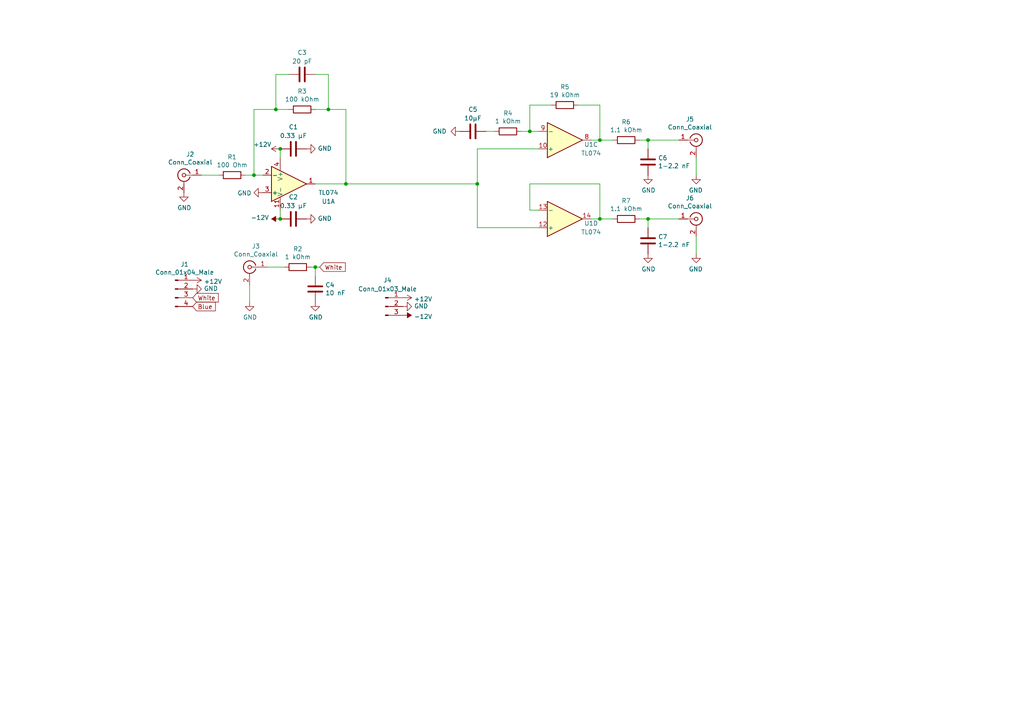
<source format=kicad_sch>
(kicad_sch (version 20211123) (generator eeschema)

  (uuid a13ab237-8f8d-4e16-8c47-4440653b8534)

  (paper "A4")

  (lib_symbols
    (symbol "Amplifier_Operational:TL074" (pin_names (offset 0.127)) (in_bom yes) (on_board yes)
      (property "Reference" "U" (id 0) (at 0 5.08 0)
        (effects (font (size 1.27 1.27)) (justify left))
      )
      (property "Value" "TL074" (id 1) (at 0 -5.08 0)
        (effects (font (size 1.27 1.27)) (justify left))
      )
      (property "Footprint" "" (id 2) (at -1.27 2.54 0)
        (effects (font (size 1.27 1.27)) hide)
      )
      (property "Datasheet" "http://www.ti.com/lit/ds/symlink/tl071.pdf" (id 3) (at 1.27 5.08 0)
        (effects (font (size 1.27 1.27)) hide)
      )
      (property "ki_locked" "" (id 4) (at 0 0 0)
        (effects (font (size 1.27 1.27)))
      )
      (property "ki_keywords" "quad opamp" (id 5) (at 0 0 0)
        (effects (font (size 1.27 1.27)) hide)
      )
      (property "ki_description" "Quad Low-Noise JFET-Input Operational Amplifiers, DIP-14/SOIC-14" (id 6) (at 0 0 0)
        (effects (font (size 1.27 1.27)) hide)
      )
      (property "ki_fp_filters" "SOIC*3.9x8.7mm*P1.27mm* DIP*W7.62mm* TSSOP*4.4x5mm*P0.65mm* SSOP*5.3x6.2mm*P0.65mm* MSOP*3x3mm*P0.5mm*" (id 7) (at 0 0 0)
        (effects (font (size 1.27 1.27)) hide)
      )
      (symbol "TL074_1_1"
        (polyline
          (pts
            (xy -5.08 5.08)
            (xy 5.08 0)
            (xy -5.08 -5.08)
            (xy -5.08 5.08)
          )
          (stroke (width 0.254) (type default) (color 0 0 0 0))
          (fill (type background))
        )
        (pin output line (at 7.62 0 180) (length 2.54)
          (name "~" (effects (font (size 1.27 1.27))))
          (number "1" (effects (font (size 1.27 1.27))))
        )
        (pin input line (at -7.62 -2.54 0) (length 2.54)
          (name "-" (effects (font (size 1.27 1.27))))
          (number "2" (effects (font (size 1.27 1.27))))
        )
        (pin input line (at -7.62 2.54 0) (length 2.54)
          (name "+" (effects (font (size 1.27 1.27))))
          (number "3" (effects (font (size 1.27 1.27))))
        )
      )
      (symbol "TL074_2_1"
        (polyline
          (pts
            (xy -5.08 5.08)
            (xy 5.08 0)
            (xy -5.08 -5.08)
            (xy -5.08 5.08)
          )
          (stroke (width 0.254) (type default) (color 0 0 0 0))
          (fill (type background))
        )
        (pin input line (at -7.62 2.54 0) (length 2.54)
          (name "+" (effects (font (size 1.27 1.27))))
          (number "5" (effects (font (size 1.27 1.27))))
        )
        (pin input line (at -7.62 -2.54 0) (length 2.54)
          (name "-" (effects (font (size 1.27 1.27))))
          (number "6" (effects (font (size 1.27 1.27))))
        )
        (pin output line (at 7.62 0 180) (length 2.54)
          (name "~" (effects (font (size 1.27 1.27))))
          (number "7" (effects (font (size 1.27 1.27))))
        )
      )
      (symbol "TL074_3_1"
        (polyline
          (pts
            (xy -5.08 5.08)
            (xy 5.08 0)
            (xy -5.08 -5.08)
            (xy -5.08 5.08)
          )
          (stroke (width 0.254) (type default) (color 0 0 0 0))
          (fill (type background))
        )
        (pin input line (at -7.62 2.54 0) (length 2.54)
          (name "+" (effects (font (size 1.27 1.27))))
          (number "10" (effects (font (size 1.27 1.27))))
        )
        (pin output line (at 7.62 0 180) (length 2.54)
          (name "~" (effects (font (size 1.27 1.27))))
          (number "8" (effects (font (size 1.27 1.27))))
        )
        (pin input line (at -7.62 -2.54 0) (length 2.54)
          (name "-" (effects (font (size 1.27 1.27))))
          (number "9" (effects (font (size 1.27 1.27))))
        )
      )
      (symbol "TL074_4_1"
        (polyline
          (pts
            (xy -5.08 5.08)
            (xy 5.08 0)
            (xy -5.08 -5.08)
            (xy -5.08 5.08)
          )
          (stroke (width 0.254) (type default) (color 0 0 0 0))
          (fill (type background))
        )
        (pin input line (at -7.62 2.54 0) (length 2.54)
          (name "+" (effects (font (size 1.27 1.27))))
          (number "12" (effects (font (size 1.27 1.27))))
        )
        (pin input line (at -7.62 -2.54 0) (length 2.54)
          (name "-" (effects (font (size 1.27 1.27))))
          (number "13" (effects (font (size 1.27 1.27))))
        )
        (pin output line (at 7.62 0 180) (length 2.54)
          (name "~" (effects (font (size 1.27 1.27))))
          (number "14" (effects (font (size 1.27 1.27))))
        )
      )
      (symbol "TL074_5_1"
        (pin power_in line (at -2.54 -7.62 90) (length 3.81)
          (name "V-" (effects (font (size 1.27 1.27))))
          (number "11" (effects (font (size 1.27 1.27))))
        )
        (pin power_in line (at -2.54 7.62 270) (length 3.81)
          (name "V+" (effects (font (size 1.27 1.27))))
          (number "4" (effects (font (size 1.27 1.27))))
        )
      )
    )
    (symbol "Connector:Conn_01x03_Male" (pin_names (offset 1.016) hide) (in_bom yes) (on_board yes)
      (property "Reference" "J" (id 0) (at 0 5.08 0)
        (effects (font (size 1.27 1.27)))
      )
      (property "Value" "Conn_01x03_Male" (id 1) (at 0 -5.08 0)
        (effects (font (size 1.27 1.27)))
      )
      (property "Footprint" "" (id 2) (at 0 0 0)
        (effects (font (size 1.27 1.27)) hide)
      )
      (property "Datasheet" "~" (id 3) (at 0 0 0)
        (effects (font (size 1.27 1.27)) hide)
      )
      (property "ki_keywords" "connector" (id 4) (at 0 0 0)
        (effects (font (size 1.27 1.27)) hide)
      )
      (property "ki_description" "Generic connector, single row, 01x03, script generated (kicad-library-utils/schlib/autogen/connector/)" (id 5) (at 0 0 0)
        (effects (font (size 1.27 1.27)) hide)
      )
      (property "ki_fp_filters" "Connector*:*_1x??_*" (id 6) (at 0 0 0)
        (effects (font (size 1.27 1.27)) hide)
      )
      (symbol "Conn_01x03_Male_1_1"
        (polyline
          (pts
            (xy 1.27 -2.54)
            (xy 0.8636 -2.54)
          )
          (stroke (width 0.1524) (type default) (color 0 0 0 0))
          (fill (type none))
        )
        (polyline
          (pts
            (xy 1.27 0)
            (xy 0.8636 0)
          )
          (stroke (width 0.1524) (type default) (color 0 0 0 0))
          (fill (type none))
        )
        (polyline
          (pts
            (xy 1.27 2.54)
            (xy 0.8636 2.54)
          )
          (stroke (width 0.1524) (type default) (color 0 0 0 0))
          (fill (type none))
        )
        (rectangle (start 0.8636 -2.413) (end 0 -2.667)
          (stroke (width 0.1524) (type default) (color 0 0 0 0))
          (fill (type outline))
        )
        (rectangle (start 0.8636 0.127) (end 0 -0.127)
          (stroke (width 0.1524) (type default) (color 0 0 0 0))
          (fill (type outline))
        )
        (rectangle (start 0.8636 2.667) (end 0 2.413)
          (stroke (width 0.1524) (type default) (color 0 0 0 0))
          (fill (type outline))
        )
        (pin passive line (at 5.08 2.54 180) (length 3.81)
          (name "Pin_1" (effects (font (size 1.27 1.27))))
          (number "1" (effects (font (size 1.27 1.27))))
        )
        (pin passive line (at 5.08 0 180) (length 3.81)
          (name "Pin_2" (effects (font (size 1.27 1.27))))
          (number "2" (effects (font (size 1.27 1.27))))
        )
        (pin passive line (at 5.08 -2.54 180) (length 3.81)
          (name "Pin_3" (effects (font (size 1.27 1.27))))
          (number "3" (effects (font (size 1.27 1.27))))
        )
      )
    )
    (symbol "Connector:Conn_01x04_Male" (pin_names (offset 1.016) hide) (in_bom yes) (on_board yes)
      (property "Reference" "J" (id 0) (at 0 5.08 0)
        (effects (font (size 1.27 1.27)))
      )
      (property "Value" "Conn_01x04_Male" (id 1) (at 0 -7.62 0)
        (effects (font (size 1.27 1.27)))
      )
      (property "Footprint" "" (id 2) (at 0 0 0)
        (effects (font (size 1.27 1.27)) hide)
      )
      (property "Datasheet" "~" (id 3) (at 0 0 0)
        (effects (font (size 1.27 1.27)) hide)
      )
      (property "ki_keywords" "connector" (id 4) (at 0 0 0)
        (effects (font (size 1.27 1.27)) hide)
      )
      (property "ki_description" "Generic connector, single row, 01x04, script generated (kicad-library-utils/schlib/autogen/connector/)" (id 5) (at 0 0 0)
        (effects (font (size 1.27 1.27)) hide)
      )
      (property "ki_fp_filters" "Connector*:*_1x??_*" (id 6) (at 0 0 0)
        (effects (font (size 1.27 1.27)) hide)
      )
      (symbol "Conn_01x04_Male_1_1"
        (polyline
          (pts
            (xy 1.27 -5.08)
            (xy 0.8636 -5.08)
          )
          (stroke (width 0.1524) (type default) (color 0 0 0 0))
          (fill (type none))
        )
        (polyline
          (pts
            (xy 1.27 -2.54)
            (xy 0.8636 -2.54)
          )
          (stroke (width 0.1524) (type default) (color 0 0 0 0))
          (fill (type none))
        )
        (polyline
          (pts
            (xy 1.27 0)
            (xy 0.8636 0)
          )
          (stroke (width 0.1524) (type default) (color 0 0 0 0))
          (fill (type none))
        )
        (polyline
          (pts
            (xy 1.27 2.54)
            (xy 0.8636 2.54)
          )
          (stroke (width 0.1524) (type default) (color 0 0 0 0))
          (fill (type none))
        )
        (rectangle (start 0.8636 -4.953) (end 0 -5.207)
          (stroke (width 0.1524) (type default) (color 0 0 0 0))
          (fill (type outline))
        )
        (rectangle (start 0.8636 -2.413) (end 0 -2.667)
          (stroke (width 0.1524) (type default) (color 0 0 0 0))
          (fill (type outline))
        )
        (rectangle (start 0.8636 0.127) (end 0 -0.127)
          (stroke (width 0.1524) (type default) (color 0 0 0 0))
          (fill (type outline))
        )
        (rectangle (start 0.8636 2.667) (end 0 2.413)
          (stroke (width 0.1524) (type default) (color 0 0 0 0))
          (fill (type outline))
        )
        (pin passive line (at 5.08 2.54 180) (length 3.81)
          (name "Pin_1" (effects (font (size 1.27 1.27))))
          (number "1" (effects (font (size 1.27 1.27))))
        )
        (pin passive line (at 5.08 0 180) (length 3.81)
          (name "Pin_2" (effects (font (size 1.27 1.27))))
          (number "2" (effects (font (size 1.27 1.27))))
        )
        (pin passive line (at 5.08 -2.54 180) (length 3.81)
          (name "Pin_3" (effects (font (size 1.27 1.27))))
          (number "3" (effects (font (size 1.27 1.27))))
        )
        (pin passive line (at 5.08 -5.08 180) (length 3.81)
          (name "Pin_4" (effects (font (size 1.27 1.27))))
          (number "4" (effects (font (size 1.27 1.27))))
        )
      )
    )
    (symbol "Connector:Conn_Coaxial" (pin_names (offset 1.016) hide) (in_bom yes) (on_board yes)
      (property "Reference" "J" (id 0) (at 0.254 3.048 0)
        (effects (font (size 1.27 1.27)))
      )
      (property "Value" "Conn_Coaxial" (id 1) (at 2.921 0 90)
        (effects (font (size 1.27 1.27)))
      )
      (property "Footprint" "" (id 2) (at 0 0 0)
        (effects (font (size 1.27 1.27)) hide)
      )
      (property "Datasheet" " ~" (id 3) (at 0 0 0)
        (effects (font (size 1.27 1.27)) hide)
      )
      (property "ki_keywords" "BNC SMA SMB SMC LEMO coaxial connector CINCH RCA" (id 4) (at 0 0 0)
        (effects (font (size 1.27 1.27)) hide)
      )
      (property "ki_description" "coaxial connector (BNC, SMA, SMB, SMC, Cinch/RCA, LEMO, ...)" (id 5) (at 0 0 0)
        (effects (font (size 1.27 1.27)) hide)
      )
      (property "ki_fp_filters" "*BNC* *SMA* *SMB* *SMC* *Cinch* *LEMO*" (id 6) (at 0 0 0)
        (effects (font (size 1.27 1.27)) hide)
      )
      (symbol "Conn_Coaxial_0_1"
        (arc (start -1.778 -0.508) (mid 0.222 -1.808) (end 1.778 0)
          (stroke (width 0.254) (type default) (color 0 0 0 0))
          (fill (type none))
        )
        (polyline
          (pts
            (xy -2.54 0)
            (xy -0.508 0)
          )
          (stroke (width 0) (type default) (color 0 0 0 0))
          (fill (type none))
        )
        (polyline
          (pts
            (xy 0 -2.54)
            (xy 0 -1.778)
          )
          (stroke (width 0) (type default) (color 0 0 0 0))
          (fill (type none))
        )
        (circle (center 0 0) (radius 0.508)
          (stroke (width 0.2032) (type default) (color 0 0 0 0))
          (fill (type none))
        )
        (arc (start 1.778 0) (mid 0.222 1.8083) (end -1.778 0.508)
          (stroke (width 0.254) (type default) (color 0 0 0 0))
          (fill (type none))
        )
      )
      (symbol "Conn_Coaxial_1_1"
        (pin passive line (at -5.08 0 0) (length 2.54)
          (name "In" (effects (font (size 1.27 1.27))))
          (number "1" (effects (font (size 1.27 1.27))))
        )
        (pin passive line (at 0 -5.08 90) (length 2.54)
          (name "Ext" (effects (font (size 1.27 1.27))))
          (number "2" (effects (font (size 1.27 1.27))))
        )
      )
    )
    (symbol "Device:C" (pin_numbers hide) (pin_names (offset 0.254)) (in_bom yes) (on_board yes)
      (property "Reference" "C" (id 0) (at 0.635 2.54 0)
        (effects (font (size 1.27 1.27)) (justify left))
      )
      (property "Value" "C" (id 1) (at 0.635 -2.54 0)
        (effects (font (size 1.27 1.27)) (justify left))
      )
      (property "Footprint" "" (id 2) (at 0.9652 -3.81 0)
        (effects (font (size 1.27 1.27)) hide)
      )
      (property "Datasheet" "~" (id 3) (at 0 0 0)
        (effects (font (size 1.27 1.27)) hide)
      )
      (property "ki_keywords" "cap capacitor" (id 4) (at 0 0 0)
        (effects (font (size 1.27 1.27)) hide)
      )
      (property "ki_description" "Unpolarized capacitor" (id 5) (at 0 0 0)
        (effects (font (size 1.27 1.27)) hide)
      )
      (property "ki_fp_filters" "C_*" (id 6) (at 0 0 0)
        (effects (font (size 1.27 1.27)) hide)
      )
      (symbol "C_0_1"
        (polyline
          (pts
            (xy -2.032 -0.762)
            (xy 2.032 -0.762)
          )
          (stroke (width 0.508) (type default) (color 0 0 0 0))
          (fill (type none))
        )
        (polyline
          (pts
            (xy -2.032 0.762)
            (xy 2.032 0.762)
          )
          (stroke (width 0.508) (type default) (color 0 0 0 0))
          (fill (type none))
        )
      )
      (symbol "C_1_1"
        (pin passive line (at 0 3.81 270) (length 2.794)
          (name "~" (effects (font (size 1.27 1.27))))
          (number "1" (effects (font (size 1.27 1.27))))
        )
        (pin passive line (at 0 -3.81 90) (length 2.794)
          (name "~" (effects (font (size 1.27 1.27))))
          (number "2" (effects (font (size 1.27 1.27))))
        )
      )
    )
    (symbol "Device:R" (pin_numbers hide) (pin_names (offset 0)) (in_bom yes) (on_board yes)
      (property "Reference" "R" (id 0) (at 2.032 0 90)
        (effects (font (size 1.27 1.27)))
      )
      (property "Value" "R" (id 1) (at 0 0 90)
        (effects (font (size 1.27 1.27)))
      )
      (property "Footprint" "" (id 2) (at -1.778 0 90)
        (effects (font (size 1.27 1.27)) hide)
      )
      (property "Datasheet" "~" (id 3) (at 0 0 0)
        (effects (font (size 1.27 1.27)) hide)
      )
      (property "ki_keywords" "R res resistor" (id 4) (at 0 0 0)
        (effects (font (size 1.27 1.27)) hide)
      )
      (property "ki_description" "Resistor" (id 5) (at 0 0 0)
        (effects (font (size 1.27 1.27)) hide)
      )
      (property "ki_fp_filters" "R_*" (id 6) (at 0 0 0)
        (effects (font (size 1.27 1.27)) hide)
      )
      (symbol "R_0_1"
        (rectangle (start -1.016 -2.54) (end 1.016 2.54)
          (stroke (width 0.254) (type default) (color 0 0 0 0))
          (fill (type none))
        )
      )
      (symbol "R_1_1"
        (pin passive line (at 0 3.81 270) (length 1.27)
          (name "~" (effects (font (size 1.27 1.27))))
          (number "1" (effects (font (size 1.27 1.27))))
        )
        (pin passive line (at 0 -3.81 90) (length 1.27)
          (name "~" (effects (font (size 1.27 1.27))))
          (number "2" (effects (font (size 1.27 1.27))))
        )
      )
    )
    (symbol "power:+12V" (power) (pin_names (offset 0)) (in_bom yes) (on_board yes)
      (property "Reference" "#PWR" (id 0) (at 0 -3.81 0)
        (effects (font (size 1.27 1.27)) hide)
      )
      (property "Value" "+12V" (id 1) (at 0 3.556 0)
        (effects (font (size 1.27 1.27)))
      )
      (property "Footprint" "" (id 2) (at 0 0 0)
        (effects (font (size 1.27 1.27)) hide)
      )
      (property "Datasheet" "" (id 3) (at 0 0 0)
        (effects (font (size 1.27 1.27)) hide)
      )
      (property "ki_keywords" "power-flag" (id 4) (at 0 0 0)
        (effects (font (size 1.27 1.27)) hide)
      )
      (property "ki_description" "Power symbol creates a global label with name \"+12V\"" (id 5) (at 0 0 0)
        (effects (font (size 1.27 1.27)) hide)
      )
      (symbol "+12V_0_1"
        (polyline
          (pts
            (xy -0.762 1.27)
            (xy 0 2.54)
          )
          (stroke (width 0) (type default) (color 0 0 0 0))
          (fill (type none))
        )
        (polyline
          (pts
            (xy 0 0)
            (xy 0 2.54)
          )
          (stroke (width 0) (type default) (color 0 0 0 0))
          (fill (type none))
        )
        (polyline
          (pts
            (xy 0 2.54)
            (xy 0.762 1.27)
          )
          (stroke (width 0) (type default) (color 0 0 0 0))
          (fill (type none))
        )
      )
      (symbol "+12V_1_1"
        (pin power_in line (at 0 0 90) (length 0) hide
          (name "+12V" (effects (font (size 1.27 1.27))))
          (number "1" (effects (font (size 1.27 1.27))))
        )
      )
    )
    (symbol "power:-12V" (power) (pin_names (offset 0)) (in_bom yes) (on_board yes)
      (property "Reference" "#PWR" (id 0) (at 0 2.54 0)
        (effects (font (size 1.27 1.27)) hide)
      )
      (property "Value" "-12V" (id 1) (at 0 3.81 0)
        (effects (font (size 1.27 1.27)))
      )
      (property "Footprint" "" (id 2) (at 0 0 0)
        (effects (font (size 1.27 1.27)) hide)
      )
      (property "Datasheet" "" (id 3) (at 0 0 0)
        (effects (font (size 1.27 1.27)) hide)
      )
      (property "ki_keywords" "power-flag" (id 4) (at 0 0 0)
        (effects (font (size 1.27 1.27)) hide)
      )
      (property "ki_description" "Power symbol creates a global label with name \"-12V\"" (id 5) (at 0 0 0)
        (effects (font (size 1.27 1.27)) hide)
      )
      (symbol "-12V_0_0"
        (pin power_in line (at 0 0 90) (length 0) hide
          (name "-12V" (effects (font (size 1.27 1.27))))
          (number "1" (effects (font (size 1.27 1.27))))
        )
      )
      (symbol "-12V_0_1"
        (polyline
          (pts
            (xy 0 0)
            (xy 0 1.27)
            (xy 0.762 1.27)
            (xy 0 2.54)
            (xy -0.762 1.27)
            (xy 0 1.27)
          )
          (stroke (width 0) (type default) (color 0 0 0 0))
          (fill (type outline))
        )
      )
    )
    (symbol "power:GND" (power) (pin_names (offset 0)) (in_bom yes) (on_board yes)
      (property "Reference" "#PWR" (id 0) (at 0 -6.35 0)
        (effects (font (size 1.27 1.27)) hide)
      )
      (property "Value" "GND" (id 1) (at 0 -3.81 0)
        (effects (font (size 1.27 1.27)))
      )
      (property "Footprint" "" (id 2) (at 0 0 0)
        (effects (font (size 1.27 1.27)) hide)
      )
      (property "Datasheet" "" (id 3) (at 0 0 0)
        (effects (font (size 1.27 1.27)) hide)
      )
      (property "ki_keywords" "power-flag" (id 4) (at 0 0 0)
        (effects (font (size 1.27 1.27)) hide)
      )
      (property "ki_description" "Power symbol creates a global label with name \"GND\" , ground" (id 5) (at 0 0 0)
        (effects (font (size 1.27 1.27)) hide)
      )
      (symbol "GND_0_1"
        (polyline
          (pts
            (xy 0 0)
            (xy 0 -1.27)
            (xy 1.27 -1.27)
            (xy 0 -2.54)
            (xy -1.27 -1.27)
            (xy 0 -1.27)
          )
          (stroke (width 0) (type default) (color 0 0 0 0))
          (fill (type none))
        )
      )
      (symbol "GND_1_1"
        (pin power_in line (at 0 0 270) (length 0) hide
          (name "GND" (effects (font (size 1.27 1.27))))
          (number "1" (effects (font (size 1.27 1.27))))
        )
      )
    )
  )

  (junction (at 81.28 43.18) (diameter 0) (color 0 0 0 0)
    (uuid 007653dc-24a1-4f8b-8bfa-7604710e0bb0)
  )
  (junction (at 187.96 63.5) (diameter 0) (color 0 0 0 0)
    (uuid 023ad332-e571-420f-95bc-943ffe6e671f)
  )
  (junction (at 95.25 31.75) (diameter 0) (color 0 0 0 0)
    (uuid 0ae82096-0994-4fb0-9a2a-d4ac4804abac)
  )
  (junction (at 173.99 63.5) (diameter 0) (color 0 0 0 0)
    (uuid 261cf3d5-b697-419b-843b-1197135cdf81)
  )
  (junction (at 138.43 53.34) (diameter 0) (color 0 0 0 0)
    (uuid 531ccfb8-083a-4e78-8462-f015f9d0487b)
  )
  (junction (at 173.99 40.64) (diameter 0) (color 0 0 0 0)
    (uuid 69ab88e7-f037-4768-a502-9766b827c0b5)
  )
  (junction (at 187.96 40.64) (diameter 0) (color 0 0 0 0)
    (uuid 8d759e6a-e25a-4ddb-8851-22199a221f01)
  )
  (junction (at 91.44 77.47) (diameter 0) (color 0 0 0 0)
    (uuid 8fc062a7-114d-48eb-a8f8-71128838f380)
  )
  (junction (at 81.28 63.5) (diameter 0) (color 0 0 0 0)
    (uuid 981034d3-4ba9-410a-8568-6651f93125bb)
  )
  (junction (at 100.33 53.34) (diameter 0) (color 0 0 0 0)
    (uuid a2407563-95ff-40bc-8796-873ce4154d07)
  )
  (junction (at 80.01 31.75) (diameter 0) (color 0 0 0 0)
    (uuid c04386e0-b49e-4fff-b380-675af13a62cb)
  )
  (junction (at 73.66 50.8) (diameter 0) (color 0 0 0 0)
    (uuid d0fb0864-e79b-4bdc-8e8e-eed0cabe6d56)
  )
  (junction (at 153.67 38.1) (diameter 0) (color 0 0 0 0)
    (uuid fe0266ef-89b5-400a-b02b-92eadb879034)
  )

  (wire (pts (xy 80.01 21.59) (xy 80.01 31.75))
    (stroke (width 0) (type default) (color 0 0 0 0))
    (uuid 03c7f780-fc1b-487a-b30d-567d6c09fdc8)
  )
  (wire (pts (xy 138.43 43.18) (xy 138.43 53.34))
    (stroke (width 0) (type default) (color 0 0 0 0))
    (uuid 0ce26235-4422-48e3-bc7f-f654789473be)
  )
  (wire (pts (xy 160.02 30.48) (xy 153.67 30.48))
    (stroke (width 0) (type default) (color 0 0 0 0))
    (uuid 0e88558c-3d98-454f-a141-35913ba855ff)
  )
  (wire (pts (xy 95.25 21.59) (xy 95.25 31.75))
    (stroke (width 0) (type default) (color 0 0 0 0))
    (uuid 0fdc6f30-77bc-4e9b-8665-c8aa9acf5bf9)
  )
  (wire (pts (xy 151.13 38.1) (xy 153.67 38.1))
    (stroke (width 0) (type default) (color 0 0 0 0))
    (uuid 12f28de2-cba0-4090-8983-4cffc1ac265e)
  )
  (wire (pts (xy 173.99 40.64) (xy 177.8 40.64))
    (stroke (width 0) (type default) (color 0 0 0 0))
    (uuid 1bf041f4-b677-411a-a4bc-cdeb7adb3121)
  )
  (wire (pts (xy 100.33 53.34) (xy 138.43 53.34))
    (stroke (width 0) (type default) (color 0 0 0 0))
    (uuid 1d81c7e7-86ed-4a4d-9428-b6a29f440ad8)
  )
  (wire (pts (xy 153.67 53.34) (xy 173.99 53.34))
    (stroke (width 0) (type default) (color 0 0 0 0))
    (uuid 1fb38c9c-9825-436b-9af6-28650dece314)
  )
  (wire (pts (xy 153.67 38.1) (xy 156.21 38.1))
    (stroke (width 0) (type default) (color 0 0 0 0))
    (uuid 309ba144-c631-454f-84d3-70e034a474b0)
  )
  (wire (pts (xy 171.45 63.5) (xy 173.99 63.5))
    (stroke (width 0) (type default) (color 0 0 0 0))
    (uuid 3b4a5f0b-58ca-4666-a916-88fa82939abf)
  )
  (wire (pts (xy 91.44 21.59) (xy 95.25 21.59))
    (stroke (width 0) (type default) (color 0 0 0 0))
    (uuid 4107d40a-e5df-4255-aacc-13f9928e090c)
  )
  (wire (pts (xy 153.67 53.34) (xy 153.67 60.96))
    (stroke (width 0) (type default) (color 0 0 0 0))
    (uuid 45391477-a617-4165-8520-f528b17e905f)
  )
  (wire (pts (xy 153.67 60.96) (xy 156.21 60.96))
    (stroke (width 0) (type default) (color 0 0 0 0))
    (uuid 470aea5e-2b29-4773-8b10-9edc5e8751af)
  )
  (wire (pts (xy 173.99 63.5) (xy 177.8 63.5))
    (stroke (width 0) (type default) (color 0 0 0 0))
    (uuid 4e3d5218-daaf-4188-94d6-28d19c5e1534)
  )
  (wire (pts (xy 91.44 77.47) (xy 92.71 77.47))
    (stroke (width 0) (type default) (color 0 0 0 0))
    (uuid 4f411f68-04bd-4175-a406-bcaa4cf6601e)
  )
  (wire (pts (xy 138.43 43.18) (xy 156.21 43.18))
    (stroke (width 0) (type default) (color 0 0 0 0))
    (uuid 552d870c-1c16-458f-bbf5-ac4b7df9ef09)
  )
  (wire (pts (xy 138.43 66.04) (xy 156.21 66.04))
    (stroke (width 0) (type default) (color 0 0 0 0))
    (uuid 5fa72ed7-ec8c-4ac2-a6e0-52d4d5626877)
  )
  (wire (pts (xy 185.42 63.5) (xy 187.96 63.5))
    (stroke (width 0) (type default) (color 0 0 0 0))
    (uuid 6cd77dcc-687e-4bef-bdd7-1e33399d0f19)
  )
  (wire (pts (xy 153.67 30.48) (xy 153.67 38.1))
    (stroke (width 0) (type default) (color 0 0 0 0))
    (uuid 7a9a01f3-0779-43e8-a51d-0baed9e4d0a7)
  )
  (wire (pts (xy 81.28 45.72) (xy 81.28 43.18))
    (stroke (width 0) (type default) (color 0 0 0 0))
    (uuid 82be7aae-5d06-4178-8c3e-98760c41b054)
  )
  (wire (pts (xy 81.28 63.5) (xy 81.28 60.96))
    (stroke (width 0) (type default) (color 0 0 0 0))
    (uuid 8d0c1d66-35ef-4a53-a28f-436a11b54f42)
  )
  (wire (pts (xy 140.97 38.1) (xy 143.51 38.1))
    (stroke (width 0) (type default) (color 0 0 0 0))
    (uuid 8d70cdd3-780c-428f-bce6-0db8ea42fb92)
  )
  (wire (pts (xy 90.17 77.47) (xy 91.44 77.47))
    (stroke (width 0) (type default) (color 0 0 0 0))
    (uuid 917920ab-0c6e-4927-974d-ef342cdd4f63)
  )
  (wire (pts (xy 173.99 53.34) (xy 173.99 63.5))
    (stroke (width 0) (type default) (color 0 0 0 0))
    (uuid 953bdc05-3beb-488d-b5b7-c9e841302bce)
  )
  (wire (pts (xy 171.45 40.64) (xy 173.99 40.64))
    (stroke (width 0) (type default) (color 0 0 0 0))
    (uuid 9f8fb1a3-0f68-41f9-945e-573ffae96639)
  )
  (wire (pts (xy 58.42 50.8) (xy 63.5 50.8))
    (stroke (width 0) (type default) (color 0 0 0 0))
    (uuid a5e521b9-814e-4853-a5ac-f158785c6269)
  )
  (wire (pts (xy 72.39 82.55) (xy 72.39 87.63))
    (stroke (width 0) (type default) (color 0 0 0 0))
    (uuid a6ccc556-da88-4006-ae1a-cc35733efef3)
  )
  (wire (pts (xy 187.96 63.5) (xy 196.85 63.5))
    (stroke (width 0) (type default) (color 0 0 0 0))
    (uuid b00aa705-01e6-4e2e-b089-fc9d6c9cfad8)
  )
  (wire (pts (xy 167.64 30.48) (xy 173.99 30.48))
    (stroke (width 0) (type default) (color 0 0 0 0))
    (uuid b30bfd17-908a-47e2-8e64-8df9b280b212)
  )
  (wire (pts (xy 83.82 21.59) (xy 80.01 21.59))
    (stroke (width 0) (type default) (color 0 0 0 0))
    (uuid b873bc5d-a9af-4bd9-afcb-87ce4d417120)
  )
  (wire (pts (xy 80.01 31.75) (xy 83.82 31.75))
    (stroke (width 0) (type default) (color 0 0 0 0))
    (uuid b9bb0e73-161a-4d06-b6eb-a9f66d8a95f5)
  )
  (wire (pts (xy 73.66 31.75) (xy 73.66 50.8))
    (stroke (width 0) (type default) (color 0 0 0 0))
    (uuid bd9595a1-04f3-4fda-8f1b-e65ad874edd3)
  )
  (wire (pts (xy 100.33 31.75) (xy 100.33 53.34))
    (stroke (width 0) (type default) (color 0 0 0 0))
    (uuid be645d0f-8568-47a0-a152-e3ddd33563eb)
  )
  (wire (pts (xy 91.44 80.01) (xy 91.44 77.47))
    (stroke (width 0) (type default) (color 0 0 0 0))
    (uuid c24d6ac8-802d-4df3-a210-9cb1f693e865)
  )
  (wire (pts (xy 201.93 73.66) (xy 201.93 68.58))
    (stroke (width 0) (type default) (color 0 0 0 0))
    (uuid c49d23ab-146d-4089-864f-2d22b5b414b9)
  )
  (wire (pts (xy 91.44 31.75) (xy 95.25 31.75))
    (stroke (width 0) (type default) (color 0 0 0 0))
    (uuid c9667181-b3c7-4b01-b8b4-baa29a9aea63)
  )
  (wire (pts (xy 73.66 50.8) (xy 76.2 50.8))
    (stroke (width 0) (type default) (color 0 0 0 0))
    (uuid cff34251-839c-4da9-a0ad-85d0fc4e32af)
  )
  (wire (pts (xy 91.44 53.34) (xy 100.33 53.34))
    (stroke (width 0) (type default) (color 0 0 0 0))
    (uuid d5b800ca-1ab6-4b66-b5f7-2dda5658b504)
  )
  (wire (pts (xy 77.47 77.47) (xy 82.55 77.47))
    (stroke (width 0) (type default) (color 0 0 0 0))
    (uuid d69a5fdf-de15-4ec9-94f6-f9ee2f4b69fa)
  )
  (wire (pts (xy 201.93 50.8) (xy 201.93 45.72))
    (stroke (width 0) (type default) (color 0 0 0 0))
    (uuid d96154b3-e481-4778-addc-507db9c3272d)
  )
  (wire (pts (xy 173.99 30.48) (xy 173.99 40.64))
    (stroke (width 0) (type default) (color 0 0 0 0))
    (uuid da852c67-a647-4ff4-b8a4-fd185b3abc73)
  )
  (wire (pts (xy 95.25 31.75) (xy 100.33 31.75))
    (stroke (width 0) (type default) (color 0 0 0 0))
    (uuid e0f06b5c-de63-4833-a591-ca9e19217a35)
  )
  (wire (pts (xy 185.42 40.64) (xy 187.96 40.64))
    (stroke (width 0) (type default) (color 0 0 0 0))
    (uuid e4aa537c-eb9d-4dbb-ac87-fae46af42391)
  )
  (wire (pts (xy 71.12 50.8) (xy 73.66 50.8))
    (stroke (width 0) (type default) (color 0 0 0 0))
    (uuid e65b62be-e01b-4688-a999-1d1be370c4ae)
  )
  (wire (pts (xy 73.66 31.75) (xy 80.01 31.75))
    (stroke (width 0) (type default) (color 0 0 0 0))
    (uuid ebd06df3-d52b-4cff-99a2-a771df6d3733)
  )
  (wire (pts (xy 138.43 53.34) (xy 138.43 66.04))
    (stroke (width 0) (type default) (color 0 0 0 0))
    (uuid ec706a97-7449-42e5-856b-954d64f5727e)
  )
  (wire (pts (xy 187.96 63.5) (xy 187.96 66.04))
    (stroke (width 0) (type default) (color 0 0 0 0))
    (uuid f149694e-4336-45f7-8a0b-aed91118ad18)
  )
  (wire (pts (xy 187.96 40.64) (xy 196.85 40.64))
    (stroke (width 0) (type default) (color 0 0 0 0))
    (uuid f488f514-2ff2-4200-9cdd-177468bdb24b)
  )
  (wire (pts (xy 187.96 40.64) (xy 187.96 43.18))
    (stroke (width 0) (type default) (color 0 0 0 0))
    (uuid f9403623-c00c-4b71-bc5c-d763ff009386)
  )

  (global_label "White" (shape input) (at 55.88 86.36 0) (fields_autoplaced)
    (effects (font (size 1.27 1.27)) (justify left))
    (uuid 926001fd-2747-4639-8c0f-4fc46ff7218d)
    (property "Intersheet References" "${INTERSHEET_REFS}" (id 0) (at 0 0 0)
      (effects (font (size 1.27 1.27)) hide)
    )
  )
  (global_label "White" (shape input) (at 92.71 77.47 0) (fields_autoplaced)
    (effects (font (size 1.27 1.27)) (justify left))
    (uuid d39d813e-3e64-490c-ba5c-a64bb5ad6bd0)
    (property "Intersheet References" "${INTERSHEET_REFS}" (id 0) (at 0 0 0)
      (effects (font (size 1.27 1.27)) hide)
    )
  )
  (global_label "Blue" (shape input) (at 55.88 88.9 0) (fields_autoplaced)
    (effects (font (size 1.27 1.27)) (justify left))
    (uuid e3fc1e69-a11c-4c84-8952-fefb9372474e)
    (property "Intersheet References" "${INTERSHEET_REFS}" (id 0) (at 0 0 0)
      (effects (font (size 1.27 1.27)) hide)
    )
  )

  (symbol (lib_id "Device:R") (at 67.31 50.8 270) (unit 1)
    (in_bom yes) (on_board yes)
    (uuid 00000000-0000-0000-0000-0000618210d1)
    (property "Reference" "R1" (id 0) (at 67.31 45.5422 90))
    (property "Value" "100 Ohm" (id 1) (at 67.31 47.8536 90))
    (property "Footprint" "Resistor_SMD:R_1206_3216Metric_Pad1.30x1.75mm_HandSolder" (id 2) (at 67.31 49.022 90)
      (effects (font (size 1.27 1.27)) hide)
    )
    (property "Datasheet" "~" (id 3) (at 67.31 50.8 0)
      (effects (font (size 1.27 1.27)) hide)
    )
    (pin "1" (uuid 23d2fab5-8f0e-40b2-93a2-517086fa5ee1))
    (pin "2" (uuid 4f2e7297-2848-4920-b463-278938260435))
  )

  (symbol (lib_id "Device:R") (at 87.63 31.75 270) (unit 1)
    (in_bom yes) (on_board yes)
    (uuid 00000000-0000-0000-0000-000061822177)
    (property "Reference" "R3" (id 0) (at 87.63 26.4922 90))
    (property "Value" "100 kOhm" (id 1) (at 87.63 28.8036 90))
    (property "Footprint" "Resistor_SMD:R_1206_3216Metric_Pad1.30x1.75mm_HandSolder" (id 2) (at 87.63 29.972 90)
      (effects (font (size 1.27 1.27)) hide)
    )
    (property "Datasheet" "~" (id 3) (at 87.63 31.75 0)
      (effects (font (size 1.27 1.27)) hide)
    )
    (pin "1" (uuid e28f0711-0cce-4361-a07b-2274ae6767ba))
    (pin "2" (uuid 18f47154-d9da-4a05-a42c-09ba367dd68c))
  )

  (symbol (lib_id "Device:R") (at 181.61 40.64 270) (unit 1)
    (in_bom yes) (on_board yes)
    (uuid 00000000-0000-0000-0000-000061824fc9)
    (property "Reference" "R6" (id 0) (at 181.61 35.3822 90))
    (property "Value" "1.1 kOhm" (id 1) (at 181.61 37.6936 90))
    (property "Footprint" "Resistor_SMD:R_1206_3216Metric_Pad1.30x1.75mm_HandSolder" (id 2) (at 181.61 38.862 90)
      (effects (font (size 1.27 1.27)) hide)
    )
    (property "Datasheet" "~" (id 3) (at 181.61 40.64 0)
      (effects (font (size 1.27 1.27)) hide)
    )
    (pin "1" (uuid 04bc437b-e3d9-4d02-b795-21794875e31a))
    (pin "2" (uuid c8e92cde-8b2f-4b3e-873d-ba8390b07fd0))
  )

  (symbol (lib_id "Device:C") (at 187.96 46.99 0) (unit 1)
    (in_bom yes) (on_board yes)
    (uuid 00000000-0000-0000-0000-000061826d28)
    (property "Reference" "C6" (id 0) (at 190.881 45.8216 0)
      (effects (font (size 1.27 1.27)) (justify left))
    )
    (property "Value" "1-2.2 nF" (id 1) (at 190.881 48.133 0)
      (effects (font (size 1.27 1.27)) (justify left))
    )
    (property "Footprint" "Capacitor_SMD:C_1206_3216Metric_Pad1.33x1.80mm_HandSolder" (id 2) (at 188.9252 50.8 0)
      (effects (font (size 1.27 1.27)) hide)
    )
    (property "Datasheet" "~" (id 3) (at 187.96 46.99 0)
      (effects (font (size 1.27 1.27)) hide)
    )
    (pin "1" (uuid 2727f037-c592-475d-8fa3-bcffe1c62f7f))
    (pin "2" (uuid 9386d95c-3a58-43af-bc44-5c56dd2924da))
  )

  (symbol (lib_id "power:GND") (at 187.96 50.8 0) (unit 1)
    (in_bom yes) (on_board yes)
    (uuid 00000000-0000-0000-0000-00006182766a)
    (property "Reference" "#PWR016" (id 0) (at 187.96 57.15 0)
      (effects (font (size 1.27 1.27)) hide)
    )
    (property "Value" "GND" (id 1) (at 188.087 55.1942 0))
    (property "Footprint" "" (id 2) (at 187.96 50.8 0)
      (effects (font (size 1.27 1.27)) hide)
    )
    (property "Datasheet" "" (id 3) (at 187.96 50.8 0)
      (effects (font (size 1.27 1.27)) hide)
    )
    (pin "1" (uuid ca10adf8-e48b-4d4d-9a92-9612ea418ebb))
  )

  (symbol (lib_id "Connector:Conn_Coaxial") (at 201.93 63.5 0) (unit 1)
    (in_bom yes) (on_board yes)
    (uuid 00000000-0000-0000-0000-000061829af5)
    (property "Reference" "J6" (id 0) (at 200.1012 57.4548 0))
    (property "Value" "Conn_Coaxial" (id 1) (at 200.1012 59.7662 0))
    (property "Footprint" "Connector_Coaxial:SMA_Amphenol_132291-12_Vertical" (id 2) (at 201.93 63.5 0)
      (effects (font (size 1.27 1.27)) hide)
    )
    (property "Datasheet" " ~" (id 3) (at 201.93 63.5 0)
      (effects (font (size 1.27 1.27)) hide)
    )
    (pin "1" (uuid 5955fc9a-c742-493f-9e64-a9a25a873ff3))
    (pin "2" (uuid c167d8c0-1b54-44ab-9e2e-7deab141ab36))
  )

  (symbol (lib_id "power:GND") (at 201.93 73.66 0) (mirror y) (unit 1)
    (in_bom yes) (on_board yes)
    (uuid 00000000-0000-0000-0000-000061829afb)
    (property "Reference" "#PWR019" (id 0) (at 201.93 80.01 0)
      (effects (font (size 1.27 1.27)) hide)
    )
    (property "Value" "GND" (id 1) (at 201.803 78.0542 0))
    (property "Footprint" "" (id 2) (at 201.93 73.66 0)
      (effects (font (size 1.27 1.27)) hide)
    )
    (property "Datasheet" "" (id 3) (at 201.93 73.66 0)
      (effects (font (size 1.27 1.27)) hide)
    )
    (pin "1" (uuid 2872653f-5587-4693-9820-5b924e45bdd1))
  )

  (symbol (lib_id "Device:C") (at 85.09 43.18 270) (unit 1)
    (in_bom yes) (on_board yes)
    (uuid 00000000-0000-0000-0000-00006183485d)
    (property "Reference" "C1" (id 0) (at 85.09 36.83 90))
    (property "Value" "0.33 μF" (id 1) (at 85.09 39.37 90))
    (property "Footprint" "Capacitor_SMD:C_1206_3216Metric_Pad1.33x1.80mm_HandSolder" (id 2) (at 81.28 44.1452 0)
      (effects (font (size 1.27 1.27)) hide)
    )
    (property "Datasheet" "~" (id 3) (at 85.09 43.18 0)
      (effects (font (size 1.27 1.27)) hide)
    )
    (pin "1" (uuid e32f3b75-caa2-43e6-ae73-a4497241e521))
    (pin "2" (uuid a6e0310d-133a-4662-a89e-282e3b8ae558))
  )

  (symbol (lib_id "Device:C") (at 85.09 63.5 270) (unit 1)
    (in_bom yes) (on_board yes)
    (uuid 00000000-0000-0000-0000-0000618351e0)
    (property "Reference" "C2" (id 0) (at 85.09 57.15 90))
    (property "Value" "0.33 μF" (id 1) (at 85.09 59.69 90))
    (property "Footprint" "Capacitor_SMD:C_1206_3216Metric_Pad1.33x1.80mm_HandSolder" (id 2) (at 81.28 64.4652 0)
      (effects (font (size 1.27 1.27)) hide)
    )
    (property "Datasheet" "~" (id 3) (at 85.09 63.5 0)
      (effects (font (size 1.27 1.27)) hide)
    )
    (pin "1" (uuid 807afd4c-248e-40e5-8d21-6627e8b704ec))
    (pin "2" (uuid 2383cc57-c4ba-46d8-b4fb-bcd03c7f534d))
  )

  (symbol (lib_id "power:GND") (at 88.9 43.18 90) (unit 1)
    (in_bom yes) (on_board yes)
    (uuid 00000000-0000-0000-0000-000061836c06)
    (property "Reference" "#PWR08" (id 0) (at 95.25 43.18 0)
      (effects (font (size 1.27 1.27)) hide)
    )
    (property "Value" "GND" (id 1) (at 92.1512 43.053 90)
      (effects (font (size 1.27 1.27)) (justify right))
    )
    (property "Footprint" "" (id 2) (at 88.9 43.18 0)
      (effects (font (size 1.27 1.27)) hide)
    )
    (property "Datasheet" "" (id 3) (at 88.9 43.18 0)
      (effects (font (size 1.27 1.27)) hide)
    )
    (pin "1" (uuid 8ee23804-ba2e-43bb-a051-a3738fd405c2))
  )

  (symbol (lib_id "power:GND") (at 88.9 63.5 90) (unit 1)
    (in_bom yes) (on_board yes)
    (uuid 00000000-0000-0000-0000-00006183743b)
    (property "Reference" "#PWR09" (id 0) (at 95.25 63.5 0)
      (effects (font (size 1.27 1.27)) hide)
    )
    (property "Value" "GND" (id 1) (at 92.1512 63.373 90)
      (effects (font (size 1.27 1.27)) (justify right))
    )
    (property "Footprint" "" (id 2) (at 88.9 63.5 0)
      (effects (font (size 1.27 1.27)) hide)
    )
    (property "Datasheet" "" (id 3) (at 88.9 63.5 0)
      (effects (font (size 1.27 1.27)) hide)
    )
    (pin "1" (uuid e8b3a258-02c1-4f90-bfd1-0f6d8b488495))
  )

  (symbol (lib_id "Device:C") (at 87.63 21.59 270) (unit 1)
    (in_bom yes) (on_board yes)
    (uuid 00000000-0000-0000-0000-00006183fb57)
    (property "Reference" "C3" (id 0) (at 87.63 15.24 90))
    (property "Value" "20 pF" (id 1) (at 87.63 17.78 90))
    (property "Footprint" "Capacitor_SMD:C_1206_3216Metric_Pad1.33x1.80mm_HandSolder" (id 2) (at 83.82 22.5552 0)
      (effects (font (size 1.27 1.27)) hide)
    )
    (property "Datasheet" "~" (id 3) (at 87.63 21.59 0)
      (effects (font (size 1.27 1.27)) hide)
    )
    (pin "1" (uuid a32d008c-7ae2-429e-b769-efcc7067c278))
    (pin "2" (uuid 1c7cee09-d75c-450e-81db-90dbec975075))
  )

  (symbol (lib_id "power:+12V") (at 81.28 43.18 90) (unit 1)
    (in_bom yes) (on_board yes)
    (uuid 00000000-0000-0000-0000-000061850fc1)
    (property "Reference" "#PWR06" (id 0) (at 85.09 43.18 0)
      (effects (font (size 1.27 1.27)) hide)
    )
    (property "Value" "+12V" (id 1) (at 78.74 41.91 90)
      (effects (font (size 1.27 1.27)) (justify left))
    )
    (property "Footprint" "" (id 2) (at 81.28 43.18 0)
      (effects (font (size 1.27 1.27)) hide)
    )
    (property "Datasheet" "" (id 3) (at 81.28 43.18 0)
      (effects (font (size 1.27 1.27)) hide)
    )
    (pin "1" (uuid 77a23736-6ea1-4950-bc94-03a253f04972))
  )

  (symbol (lib_id "power:-12V") (at 81.28 63.5 90) (unit 1)
    (in_bom yes) (on_board yes)
    (uuid 00000000-0000-0000-0000-0000618519ad)
    (property "Reference" "#PWR07" (id 0) (at 78.74 63.5 0)
      (effects (font (size 1.27 1.27)) hide)
    )
    (property "Value" "-12V" (id 1) (at 78.0288 63.119 90)
      (effects (font (size 1.27 1.27)) (justify left))
    )
    (property "Footprint" "" (id 2) (at 81.28 63.5 0)
      (effects (font (size 1.27 1.27)) hide)
    )
    (property "Datasheet" "" (id 3) (at 81.28 63.5 0)
      (effects (font (size 1.27 1.27)) hide)
    )
    (pin "1" (uuid b30355e7-68f9-417a-84bd-f2379e9eeff7))
  )

  (symbol (lib_id "power:GND") (at 76.2 55.88 270) (unit 1)
    (in_bom yes) (on_board yes)
    (uuid 00000000-0000-0000-0000-0000618581f1)
    (property "Reference" "#PWR05" (id 0) (at 69.85 55.88 0)
      (effects (font (size 1.27 1.27)) hide)
    )
    (property "Value" "GND" (id 1) (at 72.9488 56.007 90)
      (effects (font (size 1.27 1.27)) (justify right))
    )
    (property "Footprint" "" (id 2) (at 76.2 55.88 0)
      (effects (font (size 1.27 1.27)) hide)
    )
    (property "Datasheet" "" (id 3) (at 76.2 55.88 0)
      (effects (font (size 1.27 1.27)) hide)
    )
    (pin "1" (uuid eb88b9e4-f7ea-42f1-8c54-e606a8380036))
  )

  (symbol (lib_id "Connector:Conn_Coaxial") (at 53.34 50.8 0) (mirror y) (unit 1)
    (in_bom yes) (on_board yes)
    (uuid 00000000-0000-0000-0000-000061858d60)
    (property "Reference" "J2" (id 0) (at 55.1688 44.7548 0))
    (property "Value" "Conn_Coaxial" (id 1) (at 55.1688 47.0662 0))
    (property "Footprint" "Connector_Coaxial:SMA_Amphenol_132291-12_Vertical" (id 2) (at 53.34 50.8 0)
      (effects (font (size 1.27 1.27)) hide)
    )
    (property "Datasheet" " ~" (id 3) (at 53.34 50.8 0)
      (effects (font (size 1.27 1.27)) hide)
    )
    (pin "1" (uuid 46cbd2b5-3def-48b1-b6cd-7ea537715800))
    (pin "2" (uuid 254ec2e7-dcba-41b6-854c-462a1dbcca13))
  )

  (symbol (lib_id "power:GND") (at 53.34 55.88 0) (unit 1)
    (in_bom yes) (on_board yes)
    (uuid 00000000-0000-0000-0000-00006185ad45)
    (property "Reference" "#PWR01" (id 0) (at 53.34 62.23 0)
      (effects (font (size 1.27 1.27)) hide)
    )
    (property "Value" "GND" (id 1) (at 53.467 60.2742 0))
    (property "Footprint" "" (id 2) (at 53.34 55.88 0)
      (effects (font (size 1.27 1.27)) hide)
    )
    (property "Datasheet" "" (id 3) (at 53.34 55.88 0)
      (effects (font (size 1.27 1.27)) hide)
    )
    (pin "1" (uuid 89478415-c3ad-445f-a695-6c8ce1df140e))
  )

  (symbol (lib_id "Connector:Conn_01x04_Male") (at 50.8 83.82 0) (unit 1)
    (in_bom yes) (on_board yes)
    (uuid 00000000-0000-0000-0000-00006185c21c)
    (property "Reference" "J1" (id 0) (at 53.5432 76.6826 0))
    (property "Value" "Conn_01x04_Male" (id 1) (at 53.5432 78.994 0))
    (property "Footprint" "Connector_PinHeader_2.54mm:PinHeader_1x04_P2.54mm_Vertical" (id 2) (at 50.8 83.82 0)
      (effects (font (size 1.27 1.27)) hide)
    )
    (property "Datasheet" "~" (id 3) (at 50.8 83.82 0)
      (effects (font (size 1.27 1.27)) hide)
    )
    (pin "1" (uuid 545934a1-8e78-47c4-8b02-351f1f12ec37))
    (pin "2" (uuid 5101365b-b4be-4f1c-9fa1-be6db4bb58c3))
    (pin "3" (uuid effa58fe-05ba-460f-a33b-b1e2f6e21ea0))
    (pin "4" (uuid 86b12b1c-77fb-406c-b452-69688f36ee7a))
  )

  (symbol (lib_id "power:+12V") (at 55.88 81.28 270) (unit 1)
    (in_bom yes) (on_board yes)
    (uuid 00000000-0000-0000-0000-00006185d9f4)
    (property "Reference" "#PWR02" (id 0) (at 52.07 81.28 0)
      (effects (font (size 1.27 1.27)) hide)
    )
    (property "Value" "+12V" (id 1) (at 59.1312 81.661 90)
      (effects (font (size 1.27 1.27)) (justify left))
    )
    (property "Footprint" "" (id 2) (at 55.88 81.28 0)
      (effects (font (size 1.27 1.27)) hide)
    )
    (property "Datasheet" "" (id 3) (at 55.88 81.28 0)
      (effects (font (size 1.27 1.27)) hide)
    )
    (pin "1" (uuid 47ad866d-2717-4a8a-9f10-bb5311d60938))
  )

  (symbol (lib_id "power:GND") (at 55.88 83.82 90) (unit 1)
    (in_bom yes) (on_board yes)
    (uuid 00000000-0000-0000-0000-00006185e263)
    (property "Reference" "#PWR03" (id 0) (at 62.23 83.82 0)
      (effects (font (size 1.27 1.27)) hide)
    )
    (property "Value" "GND" (id 1) (at 59.1312 83.693 90)
      (effects (font (size 1.27 1.27)) (justify right))
    )
    (property "Footprint" "" (id 2) (at 55.88 83.82 0)
      (effects (font (size 1.27 1.27)) hide)
    )
    (property "Datasheet" "" (id 3) (at 55.88 83.82 0)
      (effects (font (size 1.27 1.27)) hide)
    )
    (pin "1" (uuid 057dff60-5b63-4365-8092-fe40ca4f6ba6))
  )

  (symbol (lib_id "power:+12V") (at 116.84 86.36 270) (unit 1)
    (in_bom yes) (on_board yes)
    (uuid 00000000-0000-0000-0000-00006185f0f9)
    (property "Reference" "#PWR012" (id 0) (at 113.03 86.36 0)
      (effects (font (size 1.27 1.27)) hide)
    )
    (property "Value" "+12V" (id 1) (at 120.0912 86.741 90)
      (effects (font (size 1.27 1.27)) (justify left))
    )
    (property "Footprint" "" (id 2) (at 116.84 86.36 0)
      (effects (font (size 1.27 1.27)) hide)
    )
    (property "Datasheet" "" (id 3) (at 116.84 86.36 0)
      (effects (font (size 1.27 1.27)) hide)
    )
    (pin "1" (uuid a65e92e3-9fda-4f4f-9973-a96b09d461d2))
  )

  (symbol (lib_id "power:-12V") (at 116.84 91.44 270) (unit 1)
    (in_bom yes) (on_board yes)
    (uuid 00000000-0000-0000-0000-00006185f7a2)
    (property "Reference" "#PWR014" (id 0) (at 119.38 91.44 0)
      (effects (font (size 1.27 1.27)) hide)
    )
    (property "Value" "-12V" (id 1) (at 120.0912 91.821 90)
      (effects (font (size 1.27 1.27)) (justify left))
    )
    (property "Footprint" "" (id 2) (at 116.84 91.44 0)
      (effects (font (size 1.27 1.27)) hide)
    )
    (property "Datasheet" "" (id 3) (at 116.84 91.44 0)
      (effects (font (size 1.27 1.27)) hide)
    )
    (pin "1" (uuid 42e9ebd9-d764-452d-9ee1-66b81f6eec69))
  )

  (symbol (lib_id "Connector:Conn_Coaxial") (at 72.39 77.47 0) (mirror y) (unit 1)
    (in_bom yes) (on_board yes)
    (uuid 00000000-0000-0000-0000-00006186038e)
    (property "Reference" "J3" (id 0) (at 74.2188 71.4248 0))
    (property "Value" "Conn_Coaxial" (id 1) (at 74.2188 73.7362 0))
    (property "Footprint" "Connector_Coaxial:SMA_Amphenol_132291-12_Vertical" (id 2) (at 72.39 77.47 0)
      (effects (font (size 1.27 1.27)) hide)
    )
    (property "Datasheet" " ~" (id 3) (at 72.39 77.47 0)
      (effects (font (size 1.27 1.27)) hide)
    )
    (pin "1" (uuid 39bf1ce4-9ba6-4844-abdd-1956812a90a0))
    (pin "2" (uuid f5751636-179d-42f6-84a1-b57312e22235))
  )

  (symbol (lib_id "power:GND") (at 116.84 88.9 90) (unit 1)
    (in_bom yes) (on_board yes)
    (uuid 00000000-0000-0000-0000-0000618603da)
    (property "Reference" "#PWR013" (id 0) (at 123.19 88.9 0)
      (effects (font (size 1.27 1.27)) hide)
    )
    (property "Value" "GND" (id 1) (at 120.0912 88.773 90)
      (effects (font (size 1.27 1.27)) (justify right))
    )
    (property "Footprint" "" (id 2) (at 116.84 88.9 0)
      (effects (font (size 1.27 1.27)) hide)
    )
    (property "Datasheet" "" (id 3) (at 116.84 88.9 0)
      (effects (font (size 1.27 1.27)) hide)
    )
    (pin "1" (uuid 719602d4-7a99-409f-9928-be2e82a92503))
  )

  (symbol (lib_id "Device:C") (at 91.44 83.82 0) (unit 1)
    (in_bom yes) (on_board yes)
    (uuid 00000000-0000-0000-0000-000061860d6f)
    (property "Reference" "C4" (id 0) (at 94.361 82.6516 0)
      (effects (font (size 1.27 1.27)) (justify left))
    )
    (property "Value" "10 nF" (id 1) (at 94.361 84.963 0)
      (effects (font (size 1.27 1.27)) (justify left))
    )
    (property "Footprint" "Capacitor_SMD:C_1206_3216Metric_Pad1.33x1.80mm_HandSolder" (id 2) (at 92.4052 87.63 0)
      (effects (font (size 1.27 1.27)) hide)
    )
    (property "Datasheet" "~" (id 3) (at 91.44 83.82 0)
      (effects (font (size 1.27 1.27)) hide)
    )
    (pin "1" (uuid 5e845d28-b090-4cbe-b836-36c12cd256a2))
    (pin "2" (uuid ecedbbe7-eea3-4038-badf-788056e23985))
  )

  (symbol (lib_id "Device:R") (at 86.36 77.47 270) (unit 1)
    (in_bom yes) (on_board yes)
    (uuid 00000000-0000-0000-0000-000061861ef1)
    (property "Reference" "R2" (id 0) (at 86.36 72.2122 90))
    (property "Value" "1 kOhm" (id 1) (at 86.36 74.5236 90))
    (property "Footprint" "Resistor_SMD:R_1206_3216Metric_Pad1.30x1.75mm_HandSolder" (id 2) (at 86.36 75.692 90)
      (effects (font (size 1.27 1.27)) hide)
    )
    (property "Datasheet" "~" (id 3) (at 86.36 77.47 0)
      (effects (font (size 1.27 1.27)) hide)
    )
    (pin "1" (uuid 5c514e44-33e2-4c4b-ae7f-50636654683c))
    (pin "2" (uuid 4c4752ba-cc55-4b4f-b8b9-8b560e360b95))
  )

  (symbol (lib_id "power:GND") (at 72.39 87.63 0) (unit 1)
    (in_bom yes) (on_board yes)
    (uuid 00000000-0000-0000-0000-000061862d7c)
    (property "Reference" "#PWR04" (id 0) (at 72.39 93.98 0)
      (effects (font (size 1.27 1.27)) hide)
    )
    (property "Value" "GND" (id 1) (at 72.517 92.0242 0))
    (property "Footprint" "" (id 2) (at 72.39 87.63 0)
      (effects (font (size 1.27 1.27)) hide)
    )
    (property "Datasheet" "" (id 3) (at 72.39 87.63 0)
      (effects (font (size 1.27 1.27)) hide)
    )
    (pin "1" (uuid 4e48f2b1-7e80-47ec-824b-883a968ad9f9))
  )

  (symbol (lib_id "power:GND") (at 91.44 87.63 0) (unit 1)
    (in_bom yes) (on_board yes)
    (uuid 00000000-0000-0000-0000-0000618635de)
    (property "Reference" "#PWR010" (id 0) (at 91.44 93.98 0)
      (effects (font (size 1.27 1.27)) hide)
    )
    (property "Value" "GND" (id 1) (at 91.567 92.0242 0))
    (property "Footprint" "" (id 2) (at 91.44 87.63 0)
      (effects (font (size 1.27 1.27)) hide)
    )
    (property "Datasheet" "" (id 3) (at 91.44 87.63 0)
      (effects (font (size 1.27 1.27)) hide)
    )
    (pin "1" (uuid 5e88cabf-4637-408d-b3dc-5f21d460b323))
  )

  (symbol (lib_id "power:GND") (at 187.96 73.66 0) (unit 1)
    (in_bom yes) (on_board yes)
    (uuid 0653ab69-e029-4b96-ac20-3fc5f586df4c)
    (property "Reference" "#PWR017" (id 0) (at 187.96 80.01 0)
      (effects (font (size 1.27 1.27)) hide)
    )
    (property "Value" "GND" (id 1) (at 188.087 78.0542 0))
    (property "Footprint" "" (id 2) (at 187.96 73.66 0)
      (effects (font (size 1.27 1.27)) hide)
    )
    (property "Datasheet" "" (id 3) (at 187.96 73.66 0)
      (effects (font (size 1.27 1.27)) hide)
    )
    (pin "1" (uuid 2af80b09-e4ec-4fbf-9a6a-889b6439a0cb))
  )

  (symbol (lib_id "Device:C") (at 137.16 38.1 90) (unit 1)
    (in_bom yes) (on_board yes)
    (uuid 16e46076-8f9d-4ebd-bf49-0a9dc8d6dd9d)
    (property "Reference" "C5" (id 0) (at 137.16 31.75 90))
    (property "Value" "10μF" (id 1) (at 137.16 34.29 90))
    (property "Footprint" "Capacitor_SMD:C_1206_3216Metric_Pad1.33x1.80mm_HandSolder" (id 2) (at 140.97 37.1348 0)
      (effects (font (size 1.27 1.27)) hide)
    )
    (property "Datasheet" "~" (id 3) (at 137.16 38.1 0)
      (effects (font (size 1.27 1.27)) hide)
    )
    (pin "1" (uuid 10ebb28c-8c8a-487f-b129-488703374744))
    (pin "2" (uuid aa0d84b4-a883-4b8b-9acd-2b3a2c1135a3))
  )

  (symbol (lib_id "Device:R") (at 147.32 38.1 270) (unit 1)
    (in_bom yes) (on_board yes)
    (uuid 19d8410b-fb02-4046-a49d-4650710c9522)
    (property "Reference" "R4" (id 0) (at 147.32 32.8422 90))
    (property "Value" "1 kOhm" (id 1) (at 147.32 35.1536 90))
    (property "Footprint" "Resistor_SMD:R_1206_3216Metric_Pad1.30x1.75mm_HandSolder" (id 2) (at 147.32 36.322 90)
      (effects (font (size 1.27 1.27)) hide)
    )
    (property "Datasheet" "~" (id 3) (at 147.32 38.1 0)
      (effects (font (size 1.27 1.27)) hide)
    )
    (pin "1" (uuid 961e438c-c186-4394-956c-44d393375d90))
    (pin "2" (uuid 29c08d24-6e67-48a4-a672-7bf02c71cc04))
  )

  (symbol (lib_id "Connector:Conn_01x03_Male") (at 111.76 88.9 0) (unit 1)
    (in_bom yes) (on_board yes) (fields_autoplaced)
    (uuid 2f5f2fde-4c87-4006-a908-60b8420ece1f)
    (property "Reference" "J4" (id 0) (at 112.395 81.28 0))
    (property "Value" "Conn_01x03_Male" (id 1) (at 112.395 83.82 0))
    (property "Footprint" "Connector_Molex:Molex_KK-254_AE-6410-03A_1x03_P2.54mm_Vertical" (id 2) (at 111.76 88.9 0)
      (effects (font (size 1.27 1.27)) hide)
    )
    (property "Datasheet" "~" (id 3) (at 111.76 88.9 0)
      (effects (font (size 1.27 1.27)) hide)
    )
    (pin "1" (uuid 00333c45-9c40-4be8-a047-e073ad0db0d7))
    (pin "2" (uuid f7470c09-f32a-42ec-af1b-589b1151d766))
    (pin "3" (uuid 3bd50943-098e-4c7e-85b1-ef01f09fabaa))
  )

  (symbol (lib_id "Connector:Conn_Coaxial") (at 201.93 40.64 0) (unit 1)
    (in_bom yes) (on_board yes)
    (uuid 3f9478d4-122a-4960-956c-35916e723b41)
    (property "Reference" "J5" (id 0) (at 200.1012 34.5948 0))
    (property "Value" "Conn_Coaxial" (id 1) (at 200.1012 36.9062 0))
    (property "Footprint" "Connector_Coaxial:SMA_Amphenol_132291-12_Vertical" (id 2) (at 201.93 40.64 0)
      (effects (font (size 1.27 1.27)) hide)
    )
    (property "Datasheet" " ~" (id 3) (at 201.93 40.64 0)
      (effects (font (size 1.27 1.27)) hide)
    )
    (pin "1" (uuid 3d349242-813e-4b0d-b017-d7c82e86c036))
    (pin "2" (uuid 710a512b-7b56-4f7f-bfcb-35465a2e76f9))
  )

  (symbol (lib_id "Amplifier_Operational:TL074") (at 83.82 53.34 0) (mirror x) (unit 1)
    (in_bom yes) (on_board yes)
    (uuid 681a9c2b-4447-4d19-b323-a30f00c8f920)
    (property "Reference" "U1" (id 0) (at 95.25 58.42 0))
    (property "Value" "TL074" (id 1) (at 95.25 55.88 0))
    (property "Footprint" "Package_DIP:DIP-14_W7.62mm_LongPads" (id 2) (at 82.55 55.88 0)
      (effects (font (size 1.27 1.27)) hide)
    )
    (property "Datasheet" "http://www.ti.com/lit/ds/symlink/tl071.pdf" (id 3) (at 85.09 58.42 0)
      (effects (font (size 1.27 1.27)) hide)
    )
    (pin "1" (uuid 64c7319c-1bab-43d6-8bdb-746d2e95ec2b))
    (pin "2" (uuid 040ce7c1-23b2-4322-afc1-41071b4cc017))
    (pin "3" (uuid e4dc3efe-ee9a-4d21-890a-244cdfa2616f))
    (pin "5" (uuid 63b082c2-918c-47ee-a4ef-8f42b0208ebd))
    (pin "6" (uuid 2e0b5563-b50b-4b87-a5f4-b7cfaf50e610))
    (pin "7" (uuid 744cbe24-c1d9-48ad-8045-b0b155a14e61))
    (pin "10" (uuid bfbe960a-45bf-48da-9862-122a2cea5f1d))
    (pin "8" (uuid 23e24c2a-f36f-43f0-92ae-dfa06bb8cbf0))
    (pin "9" (uuid 6fb8d2c4-2c51-420b-83fc-b44f6708ce39))
    (pin "12" (uuid b93c37c6-7d4f-4861-9eae-cfa77b0e82be))
    (pin "13" (uuid b384a772-347f-49a6-97bf-877057f145bf))
    (pin "14" (uuid 4c884d1e-dd2c-4f40-8e7f-3a134c46c4c9))
    (pin "11" (uuid 1b80d083-a987-42fa-9381-e3b11b4c4e88))
    (pin "4" (uuid 1300fc3c-8af9-437c-ae13-a2b1f0a7e021))
  )

  (symbol (lib_id "Amplifier_Operational:TL074") (at 83.82 53.34 0) (unit 5)
    (in_bom yes) (on_board yes) (fields_autoplaced)
    (uuid 70b03c34-229e-4859-9de1-a03fcd9fb026)
    (property "Reference" "U1" (id 0) (at 82.55 52.0699 0)
      (effects (font (size 1.27 1.27)) (justify left) hide)
    )
    (property "Value" "TL074" (id 1) (at 82.55 53.3399 0)
      (effects (font (size 1.27 1.27)) (justify left) hide)
    )
    (property "Footprint" "Package_DIP:DIP-14_W7.62mm_LongPads" (id 2) (at 82.55 50.8 0)
      (effects (font (size 1.27 1.27)) hide)
    )
    (property "Datasheet" "http://www.ti.com/lit/ds/symlink/tl071.pdf" (id 3) (at 85.09 48.26 0)
      (effects (font (size 1.27 1.27)) hide)
    )
    (pin "1" (uuid f6a89c63-7145-4145-aa5f-a716147eee3c))
    (pin "2" (uuid f1a9fd6d-8319-47de-a2fd-e72ccd570a71))
    (pin "3" (uuid 5c4567e0-95a8-4c79-b00e-fae6438773a2))
    (pin "5" (uuid ee0e650b-3958-4497-9dbf-f10dd3ecced5))
    (pin "6" (uuid d5f69ca9-2640-4ca9-8181-5fa111a12600))
    (pin "7" (uuid 041f289c-a365-4afd-98c1-af6c1dbb66dd))
    (pin "10" (uuid 37c28f01-49dc-4c0b-bea9-f72201ee5fb0))
    (pin "8" (uuid 76ab022f-1726-46c3-8e2c-59ecb3ed6282))
    (pin "9" (uuid 92747f51-4ffa-42db-a207-d80a1b71b923))
    (pin "12" (uuid 7f0a67b0-d82b-46a0-bd35-2cc7feb3d247))
    (pin "13" (uuid c9f5ce40-614c-4d3d-833d-ba2af84082a1))
    (pin "14" (uuid 0a8d037b-da40-468a-a486-6ab3e50139ac))
    (pin "11" (uuid ee26b7cc-8c38-43c0-8439-f89b0f495741))
    (pin "4" (uuid 1ac152d9-b99d-4da5-a70d-32c8cefc0aab))
  )

  (symbol (lib_id "Amplifier_Operational:TL074") (at 163.83 40.64 0) (mirror x) (unit 3)
    (in_bom yes) (on_board yes)
    (uuid 725b7088-5e5d-400d-8e81-45ca4eecb09a)
    (property "Reference" "U1" (id 0) (at 171.45 41.91 0))
    (property "Value" "TL074" (id 1) (at 171.45 44.45 0))
    (property "Footprint" "Package_DIP:DIP-14_W7.62mm_LongPads" (id 2) (at 162.56 43.18 0)
      (effects (font (size 1.27 1.27)) hide)
    )
    (property "Datasheet" "http://www.ti.com/lit/ds/symlink/tl071.pdf" (id 3) (at 165.1 45.72 0)
      (effects (font (size 1.27 1.27)) hide)
    )
    (pin "1" (uuid 80f9c58b-0bd1-47de-a891-9a24644a7a9e))
    (pin "2" (uuid da64db97-13a2-444e-af54-9ab5016feef2))
    (pin "3" (uuid 0ec480b4-89b5-4cd4-8fdc-6156cae9728f))
    (pin "5" (uuid 25edd2b8-c0c4-4a53-b866-22707b8f41ca))
    (pin "6" (uuid e89109b9-8d5e-40e1-8ba6-cee0a7234884))
    (pin "7" (uuid efe1d201-3907-47bf-ae8a-fe2329f6e06d))
    (pin "10" (uuid 381a7ef5-08eb-4011-b3d9-7955275e3a7b))
    (pin "8" (uuid 4c76466f-bb26-4ee1-a229-0e40d9876de8))
    (pin "9" (uuid 40ced4fa-0a22-4d5e-83e2-fb9105e5af8b))
    (pin "12" (uuid 495fa1c4-6d87-4db8-b514-fde51b707073))
    (pin "13" (uuid 97f51394-3b91-433b-9831-5785fcb3d861))
    (pin "14" (uuid b92838c7-e2a6-420d-85f6-e7e406819be4))
    (pin "11" (uuid 4ca84153-ae96-4fd0-b283-7bed6648fbf9))
    (pin "4" (uuid 0277158e-9542-47fb-9df7-da77a8c0da26))
  )

  (symbol (lib_id "power:GND") (at 201.93 50.8 0) (mirror y) (unit 1)
    (in_bom yes) (on_board yes)
    (uuid 7dc8afb2-47e3-4136-9ae3-dbe9b5c6384f)
    (property "Reference" "#PWR018" (id 0) (at 201.93 57.15 0)
      (effects (font (size 1.27 1.27)) hide)
    )
    (property "Value" "GND" (id 1) (at 201.803 55.1942 0))
    (property "Footprint" "" (id 2) (at 201.93 50.8 0)
      (effects (font (size 1.27 1.27)) hide)
    )
    (property "Datasheet" "" (id 3) (at 201.93 50.8 0)
      (effects (font (size 1.27 1.27)) hide)
    )
    (pin "1" (uuid ec0b3062-fec8-4159-b282-3c3e632ad68c))
  )

  (symbol (lib_id "Device:C") (at 187.96 69.85 0) (unit 1)
    (in_bom yes) (on_board yes)
    (uuid 7f0652db-34e0-4fb2-8abe-37eb1d07dc0f)
    (property "Reference" "C7" (id 0) (at 190.881 68.6816 0)
      (effects (font (size 1.27 1.27)) (justify left))
    )
    (property "Value" "1-2.2 nF" (id 1) (at 190.881 70.993 0)
      (effects (font (size 1.27 1.27)) (justify left))
    )
    (property "Footprint" "Capacitor_SMD:C_1206_3216Metric_Pad1.33x1.80mm_HandSolder" (id 2) (at 188.9252 73.66 0)
      (effects (font (size 1.27 1.27)) hide)
    )
    (property "Datasheet" "~" (id 3) (at 187.96 69.85 0)
      (effects (font (size 1.27 1.27)) hide)
    )
    (pin "1" (uuid 94bbdd44-f7f7-4f1f-93b7-2ab019235a58))
    (pin "2" (uuid 110e359e-5f88-4430-8754-51124b3f8591))
  )

  (symbol (lib_id "Device:R") (at 163.83 30.48 270) (unit 1)
    (in_bom yes) (on_board yes)
    (uuid 8afe3ccb-06c4-449f-a360-cd097848bd4d)
    (property "Reference" "R5" (id 0) (at 163.83 25.2222 90))
    (property "Value" "19 kOhm" (id 1) (at 163.83 27.5336 90))
    (property "Footprint" "Resistor_SMD:R_1206_3216Metric_Pad1.30x1.75mm_HandSolder" (id 2) (at 163.83 28.702 90)
      (effects (font (size 1.27 1.27)) hide)
    )
    (property "Datasheet" "~" (id 3) (at 163.83 30.48 0)
      (effects (font (size 1.27 1.27)) hide)
    )
    (pin "1" (uuid 26551ff6-d2b6-499a-9b1f-76cc044dd976))
    (pin "2" (uuid 4c8451c7-cce3-4abc-89c4-dc2ac5202733))
  )

  (symbol (lib_id "Device:R") (at 181.61 63.5 270) (unit 1)
    (in_bom yes) (on_board yes)
    (uuid a3320d5c-237c-4cca-a6a9-4a2f9b14c9cd)
    (property "Reference" "R7" (id 0) (at 181.61 58.2422 90))
    (property "Value" "1.1 kOhm" (id 1) (at 181.61 60.5536 90))
    (property "Footprint" "Resistor_SMD:R_1206_3216Metric_Pad1.30x1.75mm_HandSolder" (id 2) (at 181.61 61.722 90)
      (effects (font (size 1.27 1.27)) hide)
    )
    (property "Datasheet" "~" (id 3) (at 181.61 63.5 0)
      (effects (font (size 1.27 1.27)) hide)
    )
    (pin "1" (uuid 1a4add92-5742-4fab-af16-ac7b68bda48c))
    (pin "2" (uuid 43beef6b-84fd-4602-9d39-3c51fadccc5b))
  )

  (symbol (lib_id "Amplifier_Operational:TL074") (at 163.83 63.5 0) (mirror x) (unit 4)
    (in_bom yes) (on_board yes)
    (uuid ea0875e8-5dfb-498b-9b4a-46017e9523e4)
    (property "Reference" "U1" (id 0) (at 171.45 64.77 0))
    (property "Value" "TL074" (id 1) (at 171.45 67.31 0))
    (property "Footprint" "Package_DIP:DIP-14_W7.62mm_LongPads" (id 2) (at 162.56 66.04 0)
      (effects (font (size 1.27 1.27)) hide)
    )
    (property "Datasheet" "http://www.ti.com/lit/ds/symlink/tl071.pdf" (id 3) (at 165.1 68.58 0)
      (effects (font (size 1.27 1.27)) hide)
    )
    (pin "1" (uuid 482c48a6-4206-4158-aa41-347a62a1f172))
    (pin "2" (uuid 8ed42814-8bfc-4e68-8fee-d50183c2c3d3))
    (pin "3" (uuid 71eaac32-da6b-43eb-8677-8741d0012207))
    (pin "5" (uuid 16111b98-5e75-44ef-a71c-d137cd5c1882))
    (pin "6" (uuid 13bca7c9-edc9-48c5-b81b-06745b5321d1))
    (pin "7" (uuid fa1079b4-c89e-441d-85b5-c21e7692d0da))
    (pin "10" (uuid 912ee4ca-9289-45ba-9a53-f0c9eefb5c0c))
    (pin "8" (uuid a0a4cc41-ddca-41cf-b753-69f5847ef308))
    (pin "9" (uuid 273ad29b-31e6-434e-a214-bbf2b7719e00))
    (pin "12" (uuid 3838ce23-62f2-4137-b36c-b1926c0b5ac2))
    (pin "13" (uuid e0136997-1b34-469d-bec5-ee48a6faee4b))
    (pin "14" (uuid 848e6c60-8509-4c49-8f79-e2650c519a8f))
    (pin "11" (uuid 0120dac6-c093-4f95-b554-0217fb6553ed))
    (pin "4" (uuid 015a41b1-f236-4358-90c8-1714c7c24820))
  )

  (symbol (lib_id "power:GND") (at 133.35 38.1 270) (unit 1)
    (in_bom yes) (on_board yes) (fields_autoplaced)
    (uuid fe9448bd-4992-4d9d-9ea7-080321732c19)
    (property "Reference" "#PWR015" (id 0) (at 127 38.1 0)
      (effects (font (size 1.27 1.27)) hide)
    )
    (property "Value" "GND" (id 1) (at 129.54 38.0999 90)
      (effects (font (size 1.27 1.27)) (justify right))
    )
    (property "Footprint" "" (id 2) (at 133.35 38.1 0)
      (effects (font (size 1.27 1.27)) hide)
    )
    (property "Datasheet" "" (id 3) (at 133.35 38.1 0)
      (effects (font (size 1.27 1.27)) hide)
    )
    (pin "1" (uuid deab9c46-9331-4d84-a5d5-c8f52bad69d7))
  )

  (sheet_instances
    (path "/" (page "1"))
  )

  (symbol_instances
    (path "/00000000-0000-0000-0000-00006185ad45"
      (reference "#PWR01") (unit 1) (value "GND") (footprint "")
    )
    (path "/00000000-0000-0000-0000-00006185d9f4"
      (reference "#PWR02") (unit 1) (value "+12V") (footprint "")
    )
    (path "/00000000-0000-0000-0000-00006185e263"
      (reference "#PWR03") (unit 1) (value "GND") (footprint "")
    )
    (path "/00000000-0000-0000-0000-000061862d7c"
      (reference "#PWR04") (unit 1) (value "GND") (footprint "")
    )
    (path "/00000000-0000-0000-0000-0000618581f1"
      (reference "#PWR05") (unit 1) (value "GND") (footprint "")
    )
    (path "/00000000-0000-0000-0000-000061850fc1"
      (reference "#PWR06") (unit 1) (value "+12V") (footprint "")
    )
    (path "/00000000-0000-0000-0000-0000618519ad"
      (reference "#PWR07") (unit 1) (value "-12V") (footprint "")
    )
    (path "/00000000-0000-0000-0000-000061836c06"
      (reference "#PWR08") (unit 1) (value "GND") (footprint "")
    )
    (path "/00000000-0000-0000-0000-00006183743b"
      (reference "#PWR09") (unit 1) (value "GND") (footprint "")
    )
    (path "/00000000-0000-0000-0000-0000618635de"
      (reference "#PWR010") (unit 1) (value "GND") (footprint "")
    )
    (path "/00000000-0000-0000-0000-00006185f0f9"
      (reference "#PWR012") (unit 1) (value "+12V") (footprint "")
    )
    (path "/00000000-0000-0000-0000-0000618603da"
      (reference "#PWR013") (unit 1) (value "GND") (footprint "")
    )
    (path "/00000000-0000-0000-0000-00006185f7a2"
      (reference "#PWR014") (unit 1) (value "-12V") (footprint "")
    )
    (path "/fe9448bd-4992-4d9d-9ea7-080321732c19"
      (reference "#PWR015") (unit 1) (value "GND") (footprint "")
    )
    (path "/00000000-0000-0000-0000-00006182766a"
      (reference "#PWR016") (unit 1) (value "GND") (footprint "")
    )
    (path "/0653ab69-e029-4b96-ac20-3fc5f586df4c"
      (reference "#PWR017") (unit 1) (value "GND") (footprint "")
    )
    (path "/7dc8afb2-47e3-4136-9ae3-dbe9b5c6384f"
      (reference "#PWR018") (unit 1) (value "GND") (footprint "")
    )
    (path "/00000000-0000-0000-0000-000061829afb"
      (reference "#PWR019") (unit 1) (value "GND") (footprint "")
    )
    (path "/00000000-0000-0000-0000-00006183485d"
      (reference "C1") (unit 1) (value "0.33 μF") (footprint "Capacitor_SMD:C_1206_3216Metric_Pad1.33x1.80mm_HandSolder")
    )
    (path "/00000000-0000-0000-0000-0000618351e0"
      (reference "C2") (unit 1) (value "0.33 μF") (footprint "Capacitor_SMD:C_1206_3216Metric_Pad1.33x1.80mm_HandSolder")
    )
    (path "/00000000-0000-0000-0000-00006183fb57"
      (reference "C3") (unit 1) (value "20 pF") (footprint "Capacitor_SMD:C_1206_3216Metric_Pad1.33x1.80mm_HandSolder")
    )
    (path "/00000000-0000-0000-0000-000061860d6f"
      (reference "C4") (unit 1) (value "10 nF") (footprint "Capacitor_SMD:C_1206_3216Metric_Pad1.33x1.80mm_HandSolder")
    )
    (path "/16e46076-8f9d-4ebd-bf49-0a9dc8d6dd9d"
      (reference "C5") (unit 1) (value "10μF") (footprint "Capacitor_SMD:C_1206_3216Metric_Pad1.33x1.80mm_HandSolder")
    )
    (path "/00000000-0000-0000-0000-000061826d28"
      (reference "C6") (unit 1) (value "1-2.2 nF") (footprint "Capacitor_SMD:C_1206_3216Metric_Pad1.33x1.80mm_HandSolder")
    )
    (path "/7f0652db-34e0-4fb2-8abe-37eb1d07dc0f"
      (reference "C7") (unit 1) (value "1-2.2 nF") (footprint "Capacitor_SMD:C_1206_3216Metric_Pad1.33x1.80mm_HandSolder")
    )
    (path "/00000000-0000-0000-0000-00006185c21c"
      (reference "J1") (unit 1) (value "Conn_01x04_Male") (footprint "Connector_PinHeader_2.54mm:PinHeader_1x04_P2.54mm_Vertical")
    )
    (path "/00000000-0000-0000-0000-000061858d60"
      (reference "J2") (unit 1) (value "Conn_Coaxial") (footprint "Connector_Coaxial:SMA_Amphenol_132291-12_Vertical")
    )
    (path "/00000000-0000-0000-0000-00006186038e"
      (reference "J3") (unit 1) (value "Conn_Coaxial") (footprint "Connector_Coaxial:SMA_Amphenol_132291-12_Vertical")
    )
    (path "/2f5f2fde-4c87-4006-a908-60b8420ece1f"
      (reference "J4") (unit 1) (value "Conn_01x03_Male") (footprint "Connector_Molex:Molex_KK-254_AE-6410-03A_1x03_P2.54mm_Vertical")
    )
    (path "/3f9478d4-122a-4960-956c-35916e723b41"
      (reference "J5") (unit 1) (value "Conn_Coaxial") (footprint "Connector_Coaxial:SMA_Amphenol_132291-12_Vertical")
    )
    (path "/00000000-0000-0000-0000-000061829af5"
      (reference "J6") (unit 1) (value "Conn_Coaxial") (footprint "Connector_Coaxial:SMA_Amphenol_132291-12_Vertical")
    )
    (path "/00000000-0000-0000-0000-0000618210d1"
      (reference "R1") (unit 1) (value "100 Ohm") (footprint "Resistor_SMD:R_1206_3216Metric_Pad1.30x1.75mm_HandSolder")
    )
    (path "/00000000-0000-0000-0000-000061861ef1"
      (reference "R2") (unit 1) (value "1 kOhm") (footprint "Resistor_SMD:R_1206_3216Metric_Pad1.30x1.75mm_HandSolder")
    )
    (path "/00000000-0000-0000-0000-000061822177"
      (reference "R3") (unit 1) (value "100 kOhm") (footprint "Resistor_SMD:R_1206_3216Metric_Pad1.30x1.75mm_HandSolder")
    )
    (path "/19d8410b-fb02-4046-a49d-4650710c9522"
      (reference "R4") (unit 1) (value "1 kOhm") (footprint "Resistor_SMD:R_1206_3216Metric_Pad1.30x1.75mm_HandSolder")
    )
    (path "/8afe3ccb-06c4-449f-a360-cd097848bd4d"
      (reference "R5") (unit 1) (value "19 kOhm") (footprint "Resistor_SMD:R_1206_3216Metric_Pad1.30x1.75mm_HandSolder")
    )
    (path "/00000000-0000-0000-0000-000061824fc9"
      (reference "R6") (unit 1) (value "1.1 kOhm") (footprint "Resistor_SMD:R_1206_3216Metric_Pad1.30x1.75mm_HandSolder")
    )
    (path "/a3320d5c-237c-4cca-a6a9-4a2f9b14c9cd"
      (reference "R7") (unit 1) (value "1.1 kOhm") (footprint "Resistor_SMD:R_1206_3216Metric_Pad1.30x1.75mm_HandSolder")
    )
    (path "/681a9c2b-4447-4d19-b323-a30f00c8f920"
      (reference "U1") (unit 1) (value "TL074") (footprint "Package_DIP:DIP-14_W7.62mm_LongPads")
    )
    (path "/725b7088-5e5d-400d-8e81-45ca4eecb09a"
      (reference "U1") (unit 3) (value "TL074") (footprint "Package_DIP:DIP-14_W7.62mm_LongPads")
    )
    (path "/ea0875e8-5dfb-498b-9b4a-46017e9523e4"
      (reference "U1") (unit 4) (value "TL074") (footprint "Package_DIP:DIP-14_W7.62mm_LongPads")
    )
    (path "/70b03c34-229e-4859-9de1-a03fcd9fb026"
      (reference "U1") (unit 5) (value "TL074") (footprint "Package_DIP:DIP-14_W7.62mm_LongPads")
    )
  )
)

</source>
